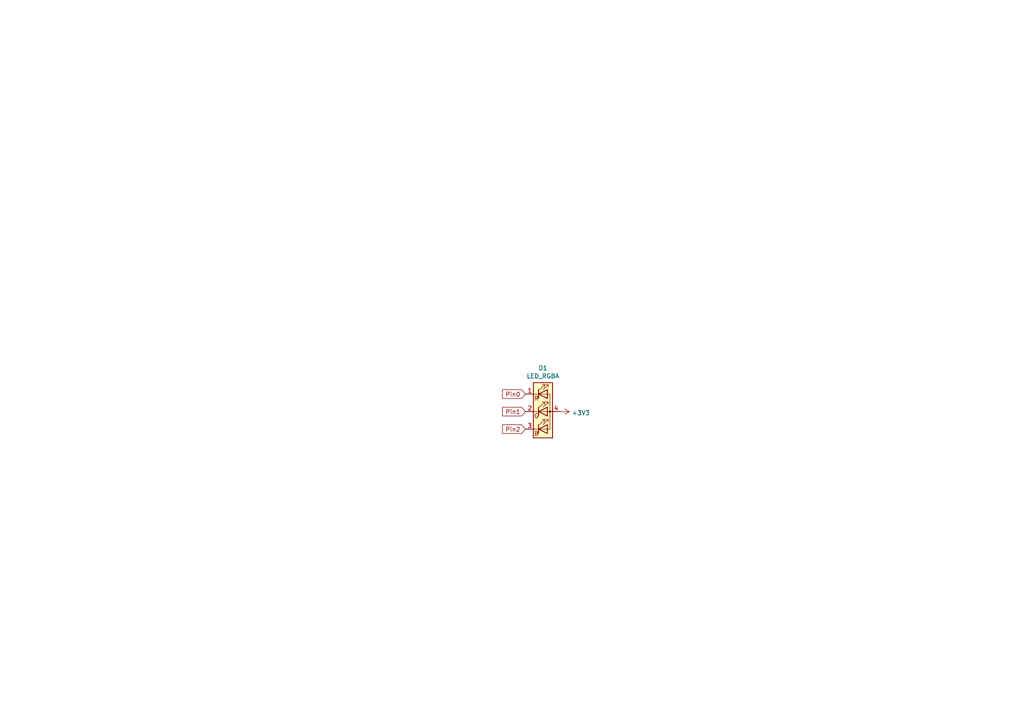
<source format=kicad_sch>
(kicad_sch (version 20211123) (generator eeschema)
  (paper "A4")
  (lib_symbols
    (symbol "Device:LED_RGBA" (pin_names (offset 0) hide)
      (property "Reference" "D" (at 0 9.398 0))
      (property "Value" "LED_RGBA" (at 0 -8.89 0))
      (symbol "LED_RGBA_0_0"
        (text "B" (at -1.905 -6.35 0) (effects (font (size 1.27 1.27))))
        (text "G" (at -1.905 -1.27 0) (effects (font (size 1.27 1.27))))
        (text "R" (at -1.905 3.81 0) (effects (font (size 1.27 1.27))))
      )
      (symbol "LED_RGBA_0_1"
        (polyline (pts (xy -1.27 -5.08) (xy -2.54 -5.08)))
        (polyline (pts (xy -1.27 -5.08) (xy 1.27 -5.08)))
        (polyline (pts (xy -1.27 -3.81) (xy -1.27 -6.35)) (stroke (width 0.254)))
        (polyline (pts (xy -1.27 0) (xy -2.54 0)))
        (polyline (pts (xy -1.27 1.27) (xy -1.27 -1.27)) (stroke (width 0.254)))
        (polyline (pts (xy -1.27 5.08) (xy -2.54 5.08)))
        (polyline (pts (xy -1.27 5.08) (xy 1.27 5.08)))
        (polyline (pts (xy -1.27 6.35) (xy -1.27 3.81)) (stroke (width 0.254)))
        (polyline (pts (xy 1.27 0) (xy -1.27 0)))
        (polyline (pts (xy 1.27 0) (xy 2.54 0)))
        (polyline (pts (xy -1.27 1.27) (xy -1.27 -1.27) (xy -1.27 -1.27)))
        (polyline (pts (xy -1.27 6.35) (xy -1.27 3.81) (xy -1.27 3.81)))
        (polyline (pts (xy 1.27 -5.08) (xy 2.032 -5.08) (xy 2.032 5.08) (xy 1.27 5.08)))
        (polyline (pts (xy 1.27 -3.81) (xy 1.27 -6.35) (xy -1.27 -5.08) (xy 1.27 -3.81)) (stroke (width 0.254)))
        (polyline (pts (xy 1.27 1.27) (xy 1.27 -1.27) (xy -1.27 0) (xy 1.27 1.27)) (stroke (width 0.254)))
        (polyline (pts (xy 1.27 6.35) (xy 1.27 3.81) (xy -1.27 5.08) (xy 1.27 6.35)) (stroke (width 0.254)))
        (polyline (pts (xy -1.016 -3.81) (xy 0.508 -2.286) (xy -0.254 -2.286) (xy 0.508 -2.286) (xy 0.508 -3.048)))
        (polyline (pts (xy -1.016 1.27) (xy 0.508 2.794) (xy -0.254 2.794) (xy 0.508 2.794) (xy 0.508 2.032)))
        (polyline (pts (xy -1.016 6.35) (xy 0.508 7.874) (xy -0.254 7.874) (xy 0.508 7.874) (xy 0.508 7.112)))
        (polyline (pts (xy 0 -3.81) (xy 1.524 -2.286) (xy 0.762 -2.286) (xy 1.524 -2.286) (xy 1.524 -3.048)))
        (polyline (pts (xy 0 1.27) (xy 1.524 2.794) (xy 0.762 2.794) (xy 1.524 2.794) (xy 1.524 2.032)))
        (polyline (pts (xy 0 6.35) (xy 1.524 7.874) (xy 0.762 7.874) (xy 1.524 7.874) (xy 1.524 7.112)))
        (rectangle (start 1.27 -1.27) (end 1.27 1.27))
        (rectangle (start 1.27 1.27) (end 1.27 1.27))
        (rectangle (start 1.27 3.81) (end 1.27 6.35))
        (rectangle (start 1.27 6.35) (end 1.27 6.35))
        (circle (center 2.032 0) (radius 0.254) (fill (type outline)))
        (rectangle (start 2.794 8.382) (end -2.794 -7.62) (stroke (width 0.254)) (fill (type background)))
      )
      (symbol "LED_RGBA_1_1"
        (pin passive line (at -5.08 5.08 0) (length 2.54) (name "RK") (number "1"))
        (pin passive line (at -5.08 0 0) (length 2.54) (name "GK") (number "2"))
        (pin passive line (at -5.08 -5.08 0) (length 2.54) (name "BK") (number "3"))
        (pin passive line (at 5.08 0 180) (length 2.54) (name "A") (number "4"))
      )
    )
    (symbol "power:+3V3" (power) (pin_names (offset 0))
      (property "Value" "+3V3" (at 0 3.556 0))
      (symbol "+3V3_0_1"
        (polyline (pts (xy -0.762 1.27) (xy 0 2.54)))
        (polyline (pts (xy 0 0) (xy 0 2.54)))
        (polyline (pts (xy 0 2.54) (xy 0.762 1.27)))
      )
      (symbol "+3V3_1_1"
        (pin power_in line (at 0 0 90) (length 0) hide (name "+3V3") (number "1"))
      )
    )
  )
  (global_label "Pin2" (shape input) (at 152.4 124.46 180) (property "Intersheet References" "${INTERSHEET_REFS}" (effects hide)))
  (global_label "Pin1" (shape input) (at 152.4 119.38 180) (property "Intersheet References" "${INTERSHEET_REFS}" (effects hide)))
  (global_label "Pin0" (shape input) (at 152.4 114.3 180) (property "Intersheet References" "${INTERSHEET_REFS}" (effects hide)))
  (symbol (lib_id "Device:LED_RGBA") (at 157.48 119.38 0) (unit 1)
    (property "Reference" "D1" (at 157.48 106.7562 0))
    (property "Value" "LED_RGBA" (at 157.48 109.0676 0))
    (property "Footprint" "LED_SMD:LED_Cree-PLCC4_3.2x2.8mm_CCW" (effects hide))
    (property "Simulator" "erb::Led3mm <RedGreenBlueLight>" (effects hide))
  )
  (symbol (lib_id "power:+3V3") (at 162.56 119.38 270) (unit 1)
    (property "Reference" "#PWR0101" (effects hide))
    (property "Value" "+3V3" (at 165.8112 119.761 90) (effects (justify left)))
  )
)
</source>
